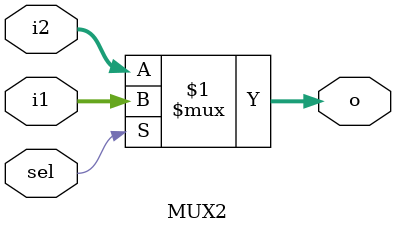
<source format=v>
`timescale 1ns / 1ps


module MUX2(
input [31:0]i1,
input [31:0]i2,
input sel,
output [31:0]o
    );
    assign o=sel?i1:i2;
endmodule

</source>
